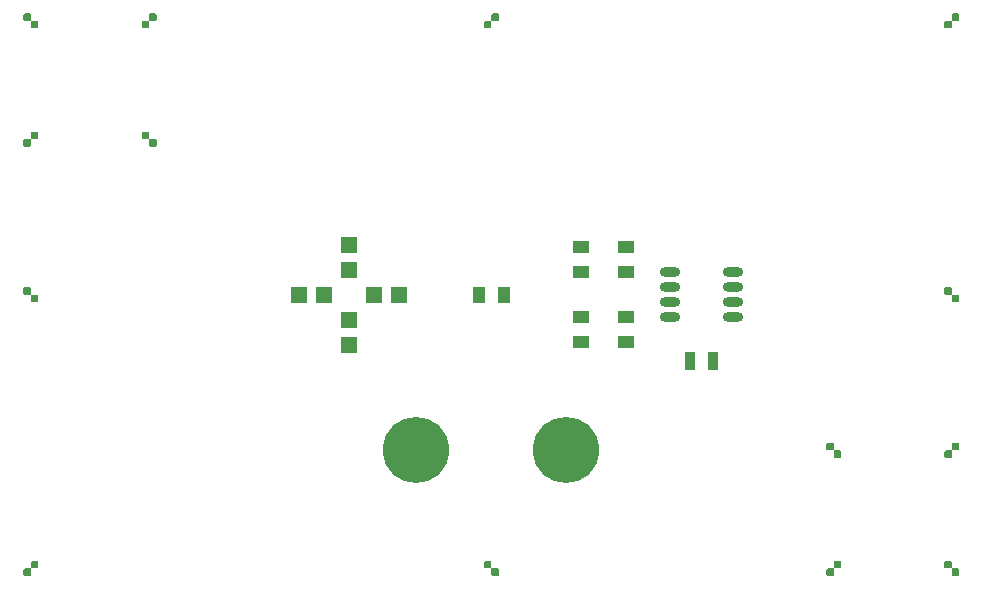
<source format=gbr>
G04*
G04 #@! TF.GenerationSoftware,Altium Limited,Altium Designer,24.9.1 (31)*
G04*
G04 Layer_Color=16711935*
%FSLAX25Y25*%
%MOIN*%
G70*
G04*
G04 #@! TF.SameCoordinates,A25FCC72-9D46-4550-BA20-9C7FB643A395*
G04*
G04*
G04 #@! TF.FilePolarity,Negative*
G04*
G01*
G75*
%ADD18C,0.22060*%
%ADD19R,0.05524X0.05524*%
%ADD20R,0.05524X0.04343*%
%ADD21R,0.03556X0.05918*%
%ADD22R,0.05524X0.05524*%
%ADD23R,0.04343X0.05524*%
%ADD24O,0.06902X0.03162*%
G36*
X324283Y199924D02*
X324424Y199783D01*
X324500Y199600D01*
Y199500D01*
Y198000D01*
Y197901D01*
X324424Y197717D01*
X324283Y197576D01*
X324099Y197500D01*
X322000D01*
Y199500D01*
Y199600D01*
X322076Y199783D01*
X322217Y199924D01*
X322401Y200000D01*
X324099D01*
X324283Y199924D01*
D02*
G37*
G36*
X170783Y199924D02*
X170924Y199783D01*
X171000Y199600D01*
Y199500D01*
Y198000D01*
Y197900D01*
X170924Y197717D01*
X170783Y197576D01*
X170599Y197500D01*
X168500D01*
Y199500D01*
Y199600D01*
X168576Y199783D01*
X168717Y199924D01*
X168901Y200000D01*
X170599D01*
X170783Y199924D01*
D02*
G37*
G36*
X56653D02*
X56794Y199783D01*
X56870Y199600D01*
Y199500D01*
Y198000D01*
Y197900D01*
X56794Y197717D01*
X56653Y197576D01*
X56470Y197500D01*
X54370D01*
Y199500D01*
Y199600D01*
X54446Y199783D01*
X54587Y199924D01*
X54771Y200000D01*
X56470D01*
X56653Y199924D01*
D02*
G37*
G36*
X322000Y195500D02*
Y195401D01*
X321924Y195217D01*
X321783Y195076D01*
X321600Y195000D01*
X319901D01*
X319717Y195076D01*
X319576Y195217D01*
X319500Y195401D01*
Y195500D01*
Y197000D01*
Y197099D01*
X319576Y197283D01*
X319717Y197424D01*
X319901Y197500D01*
X322000D01*
Y195500D01*
D02*
G37*
G36*
X168500Y195500D02*
Y195401D01*
X168424Y195217D01*
X168283Y195076D01*
X168099Y195000D01*
X166401D01*
X166217Y195076D01*
X166076Y195217D01*
X166000Y195401D01*
Y195500D01*
Y197000D01*
Y197099D01*
X166076Y197283D01*
X166217Y197424D01*
X166401Y197500D01*
X168500D01*
Y195500D01*
D02*
G37*
G36*
X54370D02*
Y195401D01*
X54294Y195217D01*
X54153Y195076D01*
X53970Y195000D01*
X52271D01*
X52087Y195076D01*
X51946Y195217D01*
X51870Y195401D01*
Y195500D01*
Y197000D01*
Y197099D01*
X51946Y197283D01*
X52087Y197424D01*
X52271Y197500D01*
X54370D01*
Y195500D01*
D02*
G37*
G36*
X14783Y199924D02*
X14924Y199783D01*
X15000Y199600D01*
Y199500D01*
Y197500D01*
X17099D01*
X17283Y197424D01*
X17424Y197283D01*
X17500Y197099D01*
Y197000D01*
Y195500D01*
Y195401D01*
X17424Y195217D01*
X17283Y195076D01*
X17099Y195000D01*
X15401D01*
X15217Y195076D01*
X15076Y195217D01*
X15000Y195401D01*
Y195500D01*
Y197500D01*
X12901D01*
X12717Y197576D01*
X12576Y197717D01*
X12500Y197900D01*
Y198000D01*
Y199500D01*
Y199600D01*
X12576Y199783D01*
X12717Y199924D01*
X12901Y200000D01*
X14600D01*
X14783Y199924D01*
D02*
G37*
G36*
X17283Y160554D02*
X17424Y160413D01*
X17500Y160229D01*
Y160130D01*
Y158630D01*
Y158530D01*
X17424Y158347D01*
X17283Y158206D01*
X17099Y158130D01*
X15000D01*
Y160130D01*
Y160229D01*
X15076Y160413D01*
X15217Y160554D01*
X15401Y160630D01*
X17099D01*
X17283Y160554D01*
D02*
G37*
G36*
X54153D02*
X54294Y160413D01*
X54370Y160229D01*
Y160130D01*
Y158130D01*
X56470D01*
X56653Y158054D01*
X56794Y157913D01*
X56870Y157729D01*
Y157630D01*
Y156130D01*
Y156030D01*
X56794Y155847D01*
X56653Y155706D01*
X56470Y155630D01*
X54771D01*
X54587Y155706D01*
X54446Y155847D01*
X54370Y156030D01*
Y156130D01*
Y158130D01*
X52271D01*
X52087Y158206D01*
X51946Y158347D01*
X51870Y158530D01*
Y158630D01*
Y160130D01*
Y160229D01*
X51946Y160413D01*
X52087Y160554D01*
X52271Y160630D01*
X53970D01*
X54153Y160554D01*
D02*
G37*
G36*
X15000Y156130D02*
Y156030D01*
X14924Y155847D01*
X14783Y155706D01*
X14600Y155630D01*
X12901D01*
X12717Y155706D01*
X12576Y155847D01*
X12500Y156030D01*
Y156130D01*
Y157630D01*
Y157729D01*
X12576Y157913D01*
X12717Y158054D01*
X12901Y158130D01*
X15000D01*
Y156130D01*
D02*
G37*
G36*
X321783Y108674D02*
X321924Y108533D01*
X322000Y108350D01*
Y108250D01*
Y106250D01*
X324099D01*
X324283Y106174D01*
X324424Y106033D01*
X324500Y105850D01*
Y105750D01*
Y104250D01*
Y104150D01*
X324424Y103967D01*
X324283Y103826D01*
X324099Y103750D01*
X322401D01*
X322217Y103826D01*
X322076Y103967D01*
X322000Y104150D01*
Y104250D01*
Y106250D01*
X319901D01*
X319717Y106326D01*
X319576Y106467D01*
X319500Y106650D01*
Y106750D01*
Y108250D01*
Y108350D01*
X319576Y108533D01*
X319717Y108674D01*
X319901Y108750D01*
X321600D01*
X321783Y108674D01*
D02*
G37*
G36*
X14783D02*
X14924Y108533D01*
X15000Y108350D01*
Y108250D01*
Y106250D01*
X17099D01*
X17283Y106174D01*
X17424Y106033D01*
X17500Y105850D01*
Y105750D01*
Y104250D01*
Y104150D01*
X17424Y103967D01*
X17283Y103826D01*
X17099Y103750D01*
X15401D01*
X15217Y103826D01*
X15076Y103967D01*
X15000Y104150D01*
Y104250D01*
Y106250D01*
X12901D01*
X12717Y106326D01*
X12576Y106467D01*
X12500Y106650D01*
Y106750D01*
Y108250D01*
Y108350D01*
X12576Y108533D01*
X12717Y108674D01*
X12901Y108750D01*
X14600D01*
X14783Y108674D01*
D02*
G37*
G36*
X324283Y56794D02*
X324424Y56653D01*
X324500Y56470D01*
Y56370D01*
Y54870D01*
Y54771D01*
X324424Y54587D01*
X324283Y54446D01*
X324099Y54370D01*
X322000D01*
Y56370D01*
Y56470D01*
X322076Y56653D01*
X322217Y56794D01*
X322401Y56870D01*
X324099D01*
X324283Y56794D01*
D02*
G37*
G36*
X322000Y52370D02*
Y52271D01*
X321924Y52087D01*
X321783Y51946D01*
X321600Y51870D01*
X319901D01*
X319717Y51946D01*
X319576Y52087D01*
X319500Y52271D01*
Y52370D01*
Y53870D01*
Y53970D01*
X319576Y54153D01*
X319717Y54294D01*
X319901Y54370D01*
X322000D01*
Y52370D01*
D02*
G37*
G36*
X282413Y56794D02*
X282554Y56653D01*
X282630Y56470D01*
Y56370D01*
Y54370D01*
X284730D01*
X284913Y54294D01*
X285054Y54153D01*
X285130Y53970D01*
Y53870D01*
Y52370D01*
Y52271D01*
X285054Y52087D01*
X284913Y51946D01*
X284730Y51870D01*
X283031D01*
X282847Y51946D01*
X282706Y52087D01*
X282630Y52271D01*
Y52370D01*
Y54370D01*
X280531D01*
X280347Y54446D01*
X280206Y54587D01*
X280130Y54771D01*
Y54870D01*
Y56370D01*
Y56470D01*
X280206Y56653D01*
X280347Y56794D01*
X280531Y56870D01*
X282229D01*
X282413Y56794D01*
D02*
G37*
G36*
X284913Y17424D02*
X285054Y17283D01*
X285130Y17099D01*
Y17000D01*
Y15500D01*
Y15401D01*
X285054Y15217D01*
X284913Y15076D01*
X284730Y15000D01*
X282630D01*
Y17000D01*
Y17099D01*
X282706Y17283D01*
X282847Y17424D01*
X283031Y17500D01*
X284730D01*
X284913Y17424D01*
D02*
G37*
G36*
X17283Y17424D02*
X17424Y17283D01*
X17500Y17099D01*
Y17000D01*
Y15500D01*
Y15401D01*
X17424Y15217D01*
X17283Y15076D01*
X17099Y15000D01*
X15000D01*
Y17000D01*
Y17099D01*
X15076Y17283D01*
X15217Y17424D01*
X15401Y17500D01*
X17099D01*
X17283Y17424D01*
D02*
G37*
G36*
X321783Y17424D02*
X321924Y17283D01*
X322000Y17099D01*
Y17000D01*
Y15000D01*
X324099D01*
X324283Y14924D01*
X324424Y14783D01*
X324500Y14599D01*
Y14500D01*
Y13000D01*
Y12900D01*
X324424Y12717D01*
X324283Y12576D01*
X324099Y12500D01*
X322401D01*
X322217Y12576D01*
X322076Y12717D01*
X322000Y12900D01*
Y13000D01*
Y15000D01*
X319901D01*
X319717Y15076D01*
X319576Y15217D01*
X319500Y15401D01*
Y15500D01*
Y17000D01*
Y17099D01*
X319576Y17283D01*
X319717Y17424D01*
X319901Y17500D01*
X321600D01*
X321783Y17424D01*
D02*
G37*
G36*
X282630Y13000D02*
Y12900D01*
X282554Y12717D01*
X282413Y12576D01*
X282229Y12500D01*
X280531D01*
X280347Y12576D01*
X280206Y12717D01*
X280130Y12900D01*
Y13000D01*
Y14500D01*
Y14599D01*
X280206Y14783D01*
X280347Y14924D01*
X280531Y15000D01*
X282630D01*
Y13000D01*
D02*
G37*
G36*
X168283Y17424D02*
X168424Y17283D01*
X168500Y17099D01*
Y17000D01*
Y15000D01*
X170599D01*
X170783Y14924D01*
X170924Y14783D01*
X171000Y14599D01*
Y14500D01*
Y13000D01*
Y12900D01*
X170924Y12717D01*
X170783Y12576D01*
X170599Y12500D01*
X168901D01*
X168717Y12576D01*
X168576Y12717D01*
X168500Y12900D01*
Y13000D01*
Y15000D01*
X166401D01*
X166217Y15076D01*
X166076Y15217D01*
X166000Y15401D01*
Y15500D01*
Y17000D01*
Y17099D01*
X166076Y17283D01*
X166217Y17424D01*
X166401Y17500D01*
X168099D01*
X168283Y17424D01*
D02*
G37*
G36*
X15000Y13000D02*
Y12900D01*
X14924Y12717D01*
X14783Y12576D01*
X14600Y12500D01*
X12901D01*
X12717Y12576D01*
X12576Y12717D01*
X12500Y12900D01*
Y13000D01*
Y14500D01*
Y14599D01*
X12576Y14783D01*
X12717Y14924D01*
X12901Y15000D01*
X15000D01*
Y13000D01*
D02*
G37*
D18*
X193500Y54370D02*
D03*
X143500D02*
D03*
D19*
X112634Y106250D02*
D03*
X104366D02*
D03*
X137634D02*
D03*
X129366D02*
D03*
D20*
X198500Y113750D02*
D03*
Y122018D02*
D03*
X213500Y122018D02*
D03*
Y113750D02*
D03*
X198500Y90482D02*
D03*
Y98750D02*
D03*
X213500Y90482D02*
D03*
Y98750D02*
D03*
D21*
X234760Y84250D02*
D03*
X242240D02*
D03*
D22*
X121000Y122884D02*
D03*
Y114616D02*
D03*
Y97884D02*
D03*
Y89616D02*
D03*
D23*
X172634Y106250D02*
D03*
X164366D02*
D03*
D24*
X249130Y113750D02*
D03*
Y108750D02*
D03*
Y103750D02*
D03*
Y98750D02*
D03*
X227870Y113750D02*
D03*
Y108750D02*
D03*
Y103750D02*
D03*
Y98750D02*
D03*
M02*

</source>
